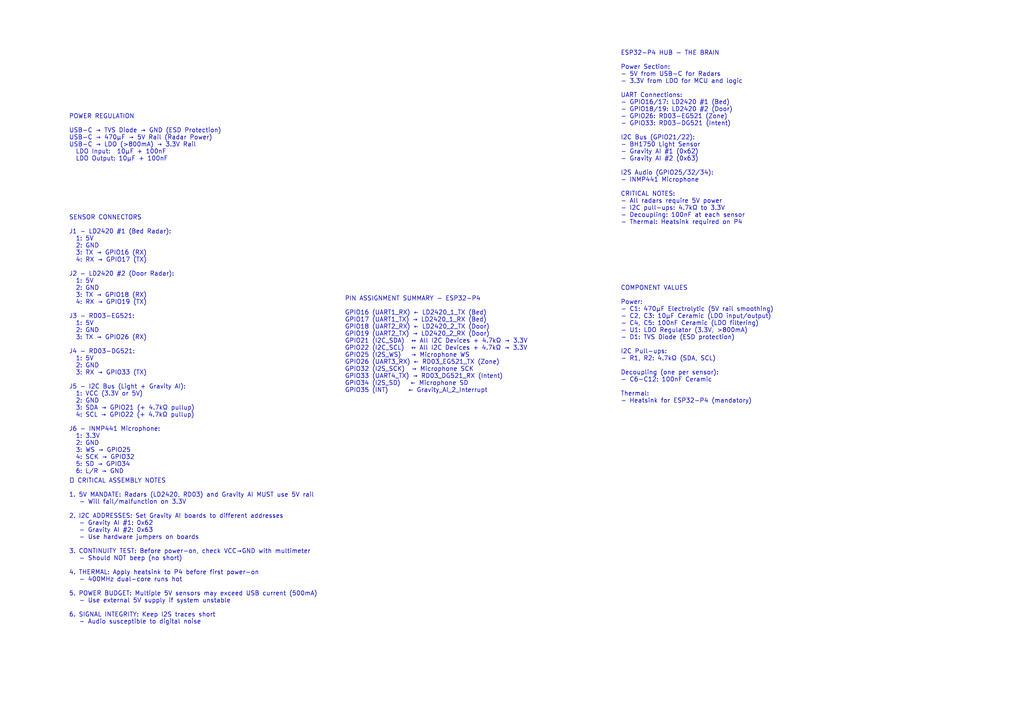
<source format=kicad_sch>
(kicad_sch (version 20231120) (generator "eeschema") (generator_version "8.0")
  (paper "A4")
  (title_block (title "ESP32-P4 Hub - AI Coordinator System") (date "2025-12-06") (rev "1.0") (company "Vanguard AI System"))
  (lib_symbols
    (symbol "power:+5V" (power) (pin_names (offset 0))
      (property "Reference" "#PWR" (at 0 0 0))
      (property "Value" "+5V" (at 0 3.81 0))
    )
    (symbol "power:+3V3" (power) (pin_names (offset 0))
      (property "Reference" "#PWR" (at 0 0 0))
      (property "Value" "+3V3" (at 0 3.81 0))
    )
    (symbol "power:GND" (power) (pin_names (offset 0))
      (property "Reference" "#PWR" (at 0 0 0))
      (property "Value" "GND" (at 0 -3.81 0))
    )
  )
  (text "ESP32-P4 HUB - THE BRAIN\n\nPower Section:\n- 5V from USB-C for Radars\n- 3.3V from LDO for MCU and logic\n\nUART Connections:\n- GPIO16/17: LD2420 #1 (Bed)\n- GPIO18/19: LD2420 #2 (Door)  \n- GPIO26: RD03-EG521 (Zone)\n- GPIO33: RD03-DG521 (Intent)\n\nI2C Bus (GPIO21/22):\n- BH1750 Light Sensor\n- Gravity AI #1 (0x62)\n- Gravity AI #2 (0x63)\n\nI2S Audio (GPIO25/32/34):\n- INMP441 Microphone\n\nCRITICAL NOTES:\n- All radars require 5V power\n- I2C pull-ups: 4.7kΩ to 3.3V\n- Decoupling: 100nF at each sensor\n- Thermal: Heatsink required on P4" (at 180 40 0) (effects (font (size 1.27 1.27)) (justify left)))
  (text "POWER REGULATION\n\nUSB-C → TVS Diode → GND (ESD Protection)\nUSB-C → 470µF → 5V Rail (Radar Power)\nUSB-C → LDO (>800mA) → 3.3V Rail\n  LDO Input:  10µF + 100nF\n  LDO Output: 10µF + 100nF" (at 20 40 0) (effects (font (size 1.27 1.27)) (justify left)))
  (text "SENSOR CONNECTORS\n\nJ1 - LD2420 #1 (Bed Radar):\n  1: 5V\n  2: GND\n  3: TX → GPIO16 (RX)\n  4: RX → GPIO17 (TX)\n\nJ2 - LD2420 #2 (Door Radar):\n  1: 5V\n  2: GND\n  3: TX → GPIO18 (RX)\n  4: RX → GPIO19 (TX)\n\nJ3 - RD03-EG521:\n  1: 5V\n  2: GND\n  3: TX → GPIO26 (RX)\n\nJ4 - RD03-DG521:\n  1: 5V\n  2: GND\n  3: RX → GPIO33 (TX)\n\nJ5 - I2C Bus (Light + Gravity AI):\n  1: VCC (3.3V or 5V)\n  2: GND\n  3: SDA → GPIO21 (+ 4.7kΩ pullup)\n  4: SCL → GPIO22 (+ 4.7kΩ pullup)\n\nJ6 - INMP441 Microphone:\n  1: 3.3V\n  2: GND\n  3: WS → GPIO25\n  4: SCK → GPIO32\n  5: SD → GPIO34\n  6: L/R → GND" (at 20 100 0) (effects (font (size 1.27 1.27)) (justify left)))
  (text "PIN ASSIGNMENT SUMMARY - ESP32-P4\n\nGPIO16 (UART1_RX) ← LD2420_1_TX (Bed)\nGPIO17 (UART1_TX) → LD2420_1_RX (Bed)\nGPIO18 (UART2_RX) ← LD2420_2_TX (Door)\nGPIO19 (UART2_TX) → LD2420_2_RX (Door)\nGPIO21 (I2C_SDA)  ↔ All I2C Devices + 4.7kΩ → 3.3V\nGPIO22 (I2C_SCL)  ↔ All I2C Devices + 4.7kΩ → 3.3V\nGPIO25 (I2S_WS)   → Microphone WS\nGPIO26 (UART3_RX) ← RD03_EG521_TX (Zone)\nGPIO32 (I2S_SCK)  → Microphone SCK\nGPIO33 (UART4_TX) → RD03_DG521_RX (Intent)\nGPIO34 (I2S_SD)   ← Microphone SD\nGPIO35 (INT)      ← Gravity_AI_2_Interrupt" (at 100 100 0) (effects (font (size 1.27 1.27)) (justify left)))
  (text "COMPONENT VALUES\n\nPower:\n- C1: 470µF Electrolytic (5V rail smoothing)\n- C2, C3: 10µF Ceramic (LDO input/output)\n- C4, C5: 100nF Ceramic (LDO filtering)\n- U1: LDO Regulator (3.3V, >800mA)\n- D1: TVS Diode (ESD protection)\n\nI2C Pull-ups:\n- R1, R2: 4.7kΩ (SDA, SCL)\n\nDecoupling (one per sensor):\n- C6-C12: 100nF Ceramic\n\nThermal:\n- Heatsink for ESP32-P4 (mandatory)" (at 180 100 0) (effects (font (size 1.27 1.27)) (justify left)))
  (text "⚠️ CRITICAL ASSEMBLY NOTES\n\n1. 5V MANDATE: Radars (LD2420, RD03) and Gravity AI MUST use 5V rail\n   - Will fail/malfunction on 3.3V\n   \n2. I2C ADDRESSES: Set Gravity AI boards to different addresses\n   - Gravity AI #1: 0x62\n   - Gravity AI #2: 0x63\n   - Use hardware jumpers on boards\n   \n3. CONTINUITY TEST: Before power-on, check VCC→GND with multimeter\n   - Should NOT beep (no short)\n   \n4. THERMAL: Apply heatsink to P4 before first power-on\n   - 400MHz dual-core runs hot\n   \n5. POWER BUDGET: Multiple 5V sensors may exceed USB current (500mA)\n   - Use external 5V supply if system unstable\n   \n6. SIGNAL INTEGRITY: Keep I2S traces short\n   - Audio susceptible to digital noise" (at 20 160 0) (effects (font (size 1.27 1.27)) (justify left)))
)
</source>
